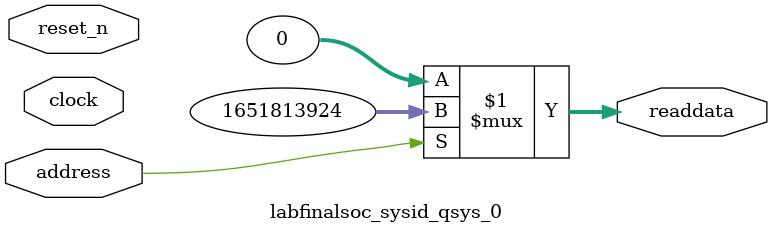
<source format=v>



// synthesis translate_off
`timescale 1ns / 1ps
// synthesis translate_on

// turn off superfluous verilog processor warnings 
// altera message_level Level1 
// altera message_off 10034 10035 10036 10037 10230 10240 10030 

module labfinalsoc_sysid_qsys_0 (
               // inputs:
                address,
                clock,
                reset_n,

               // outputs:
                readdata
             )
;

  output  [ 31: 0] readdata;
  input            address;
  input            clock;
  input            reset_n;

  wire    [ 31: 0] readdata;
  //control_slave, which is an e_avalon_slave
  assign readdata = address ? 1651813924 : 0;

endmodule



</source>
